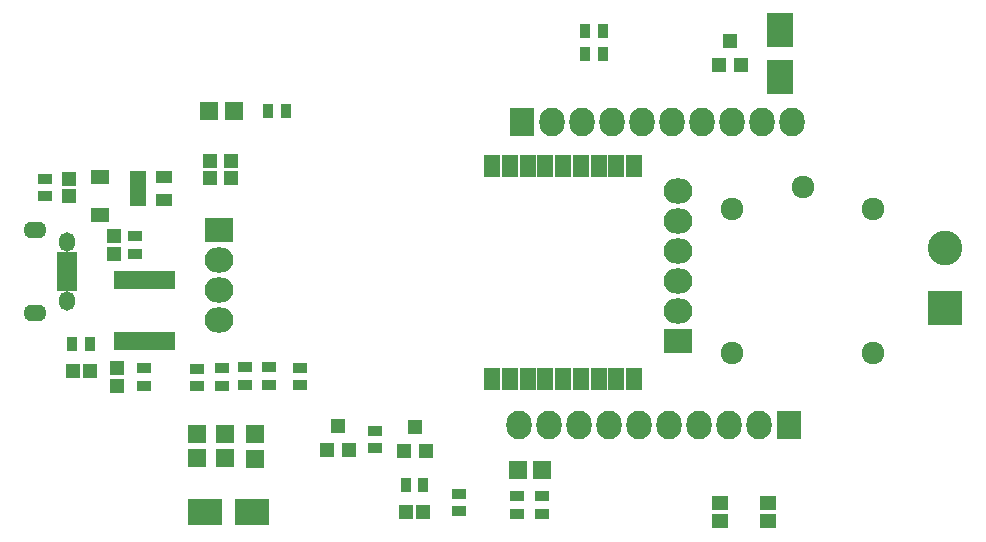
<source format=gbr>
G04 #@! TF.FileFunction,Soldermask,Top*
%FSLAX46Y46*%
G04 Gerber Fmt 4.6, Leading zero omitted, Abs format (unit mm)*
G04 Created by KiCad (PCBNEW 4.0.2-4+6225~38~ubuntu15.10.1-stable) date Sat 09 Apr 2016 11:14:47 AM CDT*
%MOMM*%
G01*
G04 APERTURE LIST*
%ADD10C,0.100000*%
%ADD11R,2.200860X2.899360*%
%ADD12R,1.598880X1.598880*%
%ADD13R,1.400000X1.900000*%
%ADD14R,0.800000X1.600000*%
%ADD15R,2.127200X2.432000*%
%ADD16O,2.127200X2.432000*%
%ADD17R,1.460000X1.050000*%
%ADD18R,1.300000X0.900000*%
%ADD19R,1.150000X1.200000*%
%ADD20R,1.200000X1.150000*%
%ADD21R,2.432000X2.127200*%
%ADD22O,2.432000X2.127200*%
%ADD23R,1.750000X0.800000*%
%ADD24O,1.350000X1.650000*%
%ADD25O,1.950000X1.400000*%
%ADD26R,2.940000X2.940000*%
%ADD27C,2.940000*%
%ADD28R,1.200100X1.200100*%
%ADD29R,0.900000X1.300000*%
%ADD30C,1.924000*%
%ADD31R,1.400000X1.300000*%
%ADD32R,1.620000X1.310000*%
%ADD33R,2.899360X2.200860*%
G04 APERTURE END LIST*
D10*
D11*
X173440000Y-52378980D03*
X173440000Y-48381020D03*
D12*
X125040000Y-55280000D03*
X127138040Y-55280000D03*
D13*
X152046000Y-59966000D03*
X150546000Y-59966000D03*
X149046000Y-59966000D03*
X153546000Y-59966000D03*
X155046000Y-59966000D03*
X156546000Y-59966000D03*
X161046000Y-59966000D03*
X159546000Y-59966000D03*
X158046000Y-59966000D03*
X158046000Y-77966000D03*
X159546000Y-77966000D03*
X161046000Y-77966000D03*
X156546000Y-77966000D03*
X155046000Y-77966000D03*
X153546000Y-77966000D03*
X149046000Y-77966000D03*
X150546000Y-77966000D03*
X152046000Y-77966000D03*
D14*
X121812500Y-69562000D03*
X121177500Y-69562000D03*
X120542500Y-69562000D03*
X119907500Y-69562000D03*
X119272500Y-69562000D03*
X118637500Y-69562000D03*
X118002500Y-69562000D03*
X117367500Y-69562000D03*
X117367500Y-74762000D03*
X118002500Y-74762000D03*
X118637500Y-74762000D03*
X119272500Y-74762000D03*
X119907500Y-74762000D03*
X120542500Y-74762000D03*
X121177500Y-74762000D03*
X121812500Y-74762000D03*
D15*
X174200000Y-81814000D03*
D16*
X171660000Y-81814000D03*
X169120000Y-81814000D03*
X166580000Y-81814000D03*
X164040000Y-81814000D03*
X161500000Y-81814000D03*
X158960000Y-81814000D03*
X156420000Y-81814000D03*
X153880000Y-81814000D03*
X151340000Y-81814000D03*
D12*
X124040000Y-84674040D03*
X124040000Y-82576000D03*
D17*
X119082000Y-60864000D03*
X119082000Y-61814000D03*
X119082000Y-62764000D03*
X121282000Y-62764000D03*
X121282000Y-60864000D03*
D18*
X118828000Y-67336000D03*
X118828000Y-65836000D03*
D19*
X125178000Y-59474000D03*
X125178000Y-60974000D03*
X126956000Y-59474000D03*
X126956000Y-60974000D03*
D20*
X143212000Y-89180000D03*
X141712000Y-89180000D03*
X113506000Y-77242000D03*
X115006000Y-77242000D03*
D19*
X117050000Y-67336000D03*
X117050000Y-65836000D03*
D12*
X153289020Y-85680000D03*
X151190980Y-85680000D03*
X126440000Y-84678040D03*
X126440000Y-82580000D03*
X128940000Y-84729020D03*
X128940000Y-82630980D03*
D21*
X164802000Y-74702000D03*
D22*
X164802000Y-72162000D03*
X164802000Y-69622000D03*
X164802000Y-67082000D03*
X164802000Y-64542000D03*
X164802000Y-62002000D03*
D15*
X151594000Y-56160000D03*
D16*
X154134000Y-56160000D03*
X156674000Y-56160000D03*
X159214000Y-56160000D03*
X161754000Y-56160000D03*
X164294000Y-56160000D03*
X166834000Y-56160000D03*
X169374000Y-56160000D03*
X171914000Y-56160000D03*
X174454000Y-56160000D03*
D23*
X113024540Y-67559100D03*
X113024540Y-68209100D03*
X113024540Y-68859100D03*
X113024540Y-69509100D03*
X113024540Y-70159100D03*
D24*
X113024540Y-66359100D03*
X113024540Y-71359100D03*
D25*
X110324540Y-65359100D03*
X110324540Y-72359100D03*
D26*
X187408000Y-71908000D03*
D27*
X187408000Y-66828000D03*
D28*
X168236000Y-51334000D03*
X170136000Y-51334000D03*
X169186000Y-49335020D03*
X135016000Y-83962000D03*
X136916000Y-83962000D03*
X135966000Y-81963020D03*
X141540000Y-84034000D03*
X143440000Y-84034000D03*
X142490000Y-82035020D03*
D18*
X153240000Y-87880000D03*
X153240000Y-89380000D03*
D29*
X156890000Y-50480000D03*
X158390000Y-50480000D03*
D18*
X111208000Y-62498000D03*
X111208000Y-60998000D03*
X130140000Y-76980000D03*
X130140000Y-78480000D03*
X151140000Y-89380000D03*
X151140000Y-87880000D03*
X146260000Y-87656000D03*
X146260000Y-89156000D03*
D29*
X143212000Y-86894000D03*
X141712000Y-86894000D03*
X130090000Y-55280000D03*
X131590000Y-55280000D03*
D18*
X132798000Y-77000000D03*
X132798000Y-78500000D03*
D29*
X114994000Y-74956000D03*
X113494000Y-74956000D03*
D18*
X126140000Y-78512000D03*
X126140000Y-77012000D03*
D29*
X156890000Y-48480000D03*
X158390000Y-48480000D03*
D18*
X124040000Y-78580000D03*
X124040000Y-77080000D03*
X139140000Y-83830000D03*
X139140000Y-82330000D03*
X128140000Y-78480000D03*
X128140000Y-76980000D03*
D30*
X181312000Y-63526000D03*
X181312000Y-75726000D03*
X169312000Y-75726000D03*
X169312000Y-63526000D03*
X175312000Y-61726000D03*
D31*
X168322000Y-88418000D03*
X168322000Y-90018000D03*
X172422000Y-88418000D03*
X172422000Y-90018000D03*
D18*
X119590000Y-78512000D03*
X119590000Y-77012000D03*
D21*
X125940000Y-65304000D03*
D22*
X125940000Y-67844000D03*
X125940000Y-70384000D03*
X125940000Y-72924000D03*
D19*
X113240000Y-62498000D03*
X113240000Y-60998000D03*
X117304000Y-77012000D03*
X117304000Y-78512000D03*
D32*
X115790000Y-60845000D03*
X115790000Y-64115000D03*
D33*
X128688980Y-89180000D03*
X124691020Y-89180000D03*
M02*

</source>
